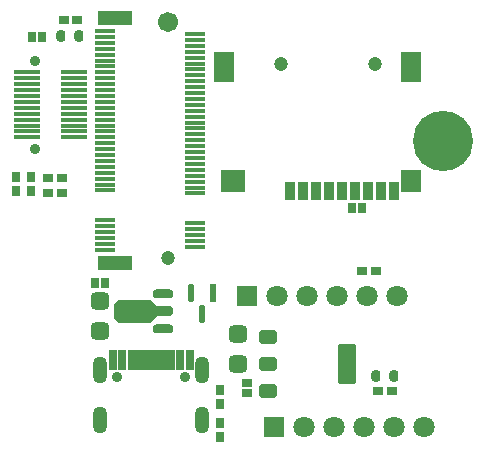
<source format=gts>
G04*
G04 #@! TF.GenerationSoftware,Altium Limited,Altium Designer,22.7.1 (60)*
G04*
G04 Layer_Color=8388736*
%FSLAX44Y44*%
%MOMM*%
G71*
G04*
G04 #@! TF.SameCoordinates,3D1FD2B2-7E42-48B0-8169-FE55815119E5*
G04*
G04*
G04 #@! TF.FilePolarity,Negative*
G04*
G01*
G75*
G04:AMPARAMS|DCode=36|XSize=1.5744mm|YSize=0.5758mm|CornerRadius=0.2879mm|HoleSize=0mm|Usage=FLASHONLY|Rotation=270.000|XOffset=0mm|YOffset=0mm|HoleType=Round|Shape=RoundedRectangle|*
%AMROUNDEDRECTD36*
21,1,1.5744,0.0000,0,0,270.0*
21,1,0.9985,0.5758,0,0,270.0*
1,1,0.5758,0.0000,-0.4993*
1,1,0.5758,0.0000,0.4993*
1,1,0.5758,0.0000,0.4993*
1,1,0.5758,0.0000,-0.4993*
%
%ADD36ROUNDEDRECTD36*%
%ADD37R,0.5758X1.5744*%
G04:AMPARAMS|DCode=42|XSize=0.9652mm|YSize=0.762mm|CornerRadius=0.2413mm|HoleSize=0mm|Usage=FLASHONLY|Rotation=270.000|XOffset=0mm|YOffset=0mm|HoleType=Round|Shape=RoundedRectangle|*
%AMROUNDEDRECTD42*
21,1,0.9652,0.2794,0,0,270.0*
21,1,0.4826,0.7620,0,0,270.0*
1,1,0.4826,-0.1397,-0.2413*
1,1,0.4826,-0.1397,0.2413*
1,1,0.4826,0.1397,0.2413*
1,1,0.4826,0.1397,-0.2413*
%
%ADD42ROUNDEDRECTD42*%
G04:AMPARAMS|DCode=43|XSize=1.4732mm|YSize=1.5748mm|CornerRadius=0.4191mm|HoleSize=0mm|Usage=FLASHONLY|Rotation=270.000|XOffset=0mm|YOffset=0mm|HoleType=Round|Shape=RoundedRectangle|*
%AMROUNDEDRECTD43*
21,1,1.4732,0.7366,0,0,270.0*
21,1,0.6350,1.5748,0,0,270.0*
1,1,0.8382,-0.3683,-0.3175*
1,1,0.8382,-0.3683,0.3175*
1,1,0.8382,0.3683,0.3175*
1,1,0.8382,0.3683,-0.3175*
%
%ADD43ROUNDEDRECTD43*%
G04:AMPARAMS|DCode=44|XSize=1.1332mm|YSize=1.5132mm|CornerRadius=0.1714mm|HoleSize=0mm|Usage=FLASHONLY|Rotation=270.000|XOffset=0mm|YOffset=0mm|HoleType=Round|Shape=RoundedRectangle|*
%AMROUNDEDRECTD44*
21,1,1.1332,1.1705,0,0,270.0*
21,1,0.7905,1.5132,0,0,270.0*
1,1,0.3427,-0.5853,-0.3953*
1,1,0.3427,-0.5853,0.3953*
1,1,0.3427,0.5853,0.3953*
1,1,0.3427,0.5853,-0.3953*
%
%ADD44ROUNDEDRECTD44*%
G04:AMPARAMS|DCode=45|XSize=3.4432mm|YSize=1.5132mm|CornerRadius=0.1999mm|HoleSize=0mm|Usage=FLASHONLY|Rotation=270.000|XOffset=0mm|YOffset=0mm|HoleType=Round|Shape=RoundedRectangle|*
%AMROUNDEDRECTD45*
21,1,3.4432,1.1135,0,0,270.0*
21,1,3.0435,1.5132,0,0,270.0*
1,1,0.3997,-0.5568,-1.5218*
1,1,0.3997,-0.5568,1.5218*
1,1,0.3997,0.5568,1.5218*
1,1,0.3997,0.5568,-1.5218*
%
%ADD45ROUNDEDRECTD45*%
%ADD46R,0.8032X1.6532*%
%ADD47R,0.5032X1.6532*%
%ADD48R,2.2032X0.4532*%
%ADD49R,1.6516X0.4016*%
G04:AMPARAMS|DCode=50|XSize=0.762mm|YSize=1.7272mm|CornerRadius=0.2413mm|HoleSize=0mm|Usage=FLASHONLY|Rotation=270.000|XOffset=0mm|YOffset=0mm|HoleType=Round|Shape=RoundedRectangle|*
%AMROUNDEDRECTD50*
21,1,0.7620,1.2446,0,0,270.0*
21,1,0.2794,1.7272,0,0,270.0*
1,1,0.4826,-0.6223,-0.1397*
1,1,0.4826,-0.6223,0.1397*
1,1,0.4826,0.6223,0.1397*
1,1,0.4826,0.6223,-0.1397*
%
%ADD50ROUNDEDRECTD50*%
G04:AMPARAMS|DCode=51|XSize=0.8128mm|YSize=1.7272mm|CornerRadius=0.254mm|HoleSize=0mm|Usage=FLASHONLY|Rotation=270.000|XOffset=0mm|YOffset=0mm|HoleType=Round|Shape=RoundedRectangle|*
%AMROUNDEDRECTD51*
21,1,0.8128,1.2192,0,0,270.0*
21,1,0.3048,1.7272,0,0,270.0*
1,1,0.5080,-0.6096,-0.1524*
1,1,0.5080,-0.6096,0.1524*
1,1,0.5080,0.6096,0.1524*
1,1,0.5080,0.6096,-0.1524*
%
%ADD51ROUNDEDRECTD51*%
%ADD52R,0.9032X1.5032*%
%ADD53R,1.6510X1.8542*%
%ADD54R,1.6510X2.6416*%
%ADD55R,2.0574X1.8542*%
%ADD56R,2.8516X1.3016*%
%ADD57R,0.9532X0.8032*%
%ADD58R,0.8432X0.8032*%
%ADD59R,0.8032X0.8432*%
%ADD60R,0.8032X0.9532*%
%ADD61C,1.8032*%
%ADD62R,1.8032X1.8032*%
%ADD63C,0.9032*%
%ADD64O,1.2532X2.3032*%
%ADD65C,5.1016*%
%ADD66C,1.2032*%
%ADD67C,1.2017*%
%ADD68C,1.7016*%
%ADD69C,0.8732*%
G36*
X120694Y130556D02*
X120783Y130550D01*
X120914Y130524D01*
X120914D01*
X120914Y130524D01*
X120982Y130501D01*
X121040Y130481D01*
X121040Y130481D01*
X121040Y130481D01*
X121153Y130426D01*
X121160Y130422D01*
D01*
X121160Y130422D01*
X121234Y130372D01*
X121270Y130348D01*
X121270Y130348D01*
X121271Y130348D01*
X121321Y130304D01*
X121370Y130260D01*
X121370Y130260D01*
X121371Y130260D01*
X127720Y123909D01*
X127776Y123846D01*
X127808Y123809D01*
X127852Y123743D01*
X127882Y123699D01*
X127882Y123698D01*
D01*
X127941Y123579D01*
X127983Y123456D01*
X127984Y123453D01*
D01*
X127984Y123453D01*
X128010Y123322D01*
X128016Y123224D01*
X128019Y123189D01*
Y123189D01*
Y123189D01*
X128018Y118109D01*
X128013Y118040D01*
X128009Y117977D01*
X128009Y117976D01*
Y117976D01*
X127996Y117912D01*
X127983Y117846D01*
X127983Y117846D01*
X127983Y117846D01*
X127971Y117810D01*
X127940Y117720D01*
X127881Y117600D01*
X127881Y117600D01*
X127881Y117600D01*
X127851Y117555D01*
X127807Y117490D01*
X127807Y117490D01*
X127807Y117490D01*
X127781Y117460D01*
X127719Y117389D01*
X121370Y111040D01*
D01*
D01*
X121370Y111040D01*
X121270Y110953D01*
X121215Y110916D01*
X121159Y110879D01*
X121159Y110879D01*
D01*
X121156Y110877D01*
X121040Y110820D01*
X120914Y110777D01*
X120783Y110751D01*
X120651Y110742D01*
X95250Y110741D01*
X95250D01*
X95250D01*
X95117Y110750D01*
X94986Y110776D01*
X94860Y110819D01*
X94744Y110876D01*
X94741Y110878D01*
D01*
X94741Y110878D01*
X94685Y110915D01*
X94630Y110951D01*
X94530Y111039D01*
Y111039D01*
X94530D01*
X90719Y114850D01*
X90719Y114850D01*
X90719Y114850D01*
X90631Y114950D01*
X90607Y114987D01*
X90557Y115061D01*
X90498Y115180D01*
X90496Y115187D01*
X90456Y115307D01*
X90443Y115372D01*
X90430Y115437D01*
X90421Y115570D01*
Y115570D01*
Y115570D01*
X90422Y125730D01*
X90430Y125863D01*
X90446Y125941D01*
X90456Y125993D01*
X90456Y125993D01*
D01*
X90459Y126000D01*
X90499Y126119D01*
X90558Y126239D01*
D01*
X90558Y126239D01*
X90583Y126276D01*
X90632Y126350D01*
X90720Y126450D01*
X94530Y130260D01*
X94630Y130347D01*
X94741Y130421D01*
X94781Y130441D01*
X94860Y130480D01*
X94986Y130523D01*
X95117Y130549D01*
X95250Y130558D01*
X120651Y130559D01*
X120651D01*
X120651D01*
X120694Y130556D01*
D02*
G37*
D36*
X165100Y118149D02*
D03*
X155600Y135851D02*
D03*
D37*
X174600D02*
D03*
D42*
X45720Y353822D02*
D03*
X60960D02*
D03*
X312420Y66040D02*
D03*
X327660D02*
D03*
D43*
X195580Y76200D02*
D03*
Y101600D02*
D03*
X78740Y129540D02*
D03*
Y104140D02*
D03*
D44*
X220550Y99100D02*
D03*
Y76200D02*
D03*
Y53300D02*
D03*
D45*
X287450Y76200D02*
D03*
D46*
X154420Y79700D02*
D03*
X146420D02*
D03*
X97420D02*
D03*
X89420D02*
D03*
D47*
X139420D02*
D03*
X134420D02*
D03*
X129420D02*
D03*
X124420D02*
D03*
X104420D02*
D03*
X109420D02*
D03*
X114420D02*
D03*
X119420D02*
D03*
D48*
X56322Y322902D02*
D03*
Y317902D02*
D03*
Y312902D02*
D03*
Y307902D02*
D03*
Y302902D02*
D03*
Y297902D02*
D03*
Y292902D02*
D03*
Y287902D02*
D03*
Y282902D02*
D03*
Y277902D02*
D03*
Y272902D02*
D03*
X16322Y322902D02*
D03*
Y317902D02*
D03*
Y312902D02*
D03*
Y307902D02*
D03*
Y302902D02*
D03*
Y297902D02*
D03*
Y292902D02*
D03*
Y287902D02*
D03*
Y282902D02*
D03*
Y277902D02*
D03*
Y272902D02*
D03*
Y267902D02*
D03*
X56322Y267902D02*
D03*
D49*
X83140Y172930D02*
D03*
X158640Y175430D02*
D03*
X83140Y177930D02*
D03*
X158640Y180430D02*
D03*
X83140Y182930D02*
D03*
X158640Y185430D02*
D03*
X83140Y187930D02*
D03*
X158640Y190430D02*
D03*
X83140Y192930D02*
D03*
X158640Y195430D02*
D03*
X83140Y197930D02*
D03*
X158640Y220430D02*
D03*
X83140Y222930D02*
D03*
X158640Y225430D02*
D03*
X83140Y227930D02*
D03*
X158640Y230430D02*
D03*
X83140Y232930D02*
D03*
X158640Y235430D02*
D03*
X83140Y237930D02*
D03*
X158640Y240430D02*
D03*
X83140Y242930D02*
D03*
X158640Y245430D02*
D03*
X83140Y247930D02*
D03*
X158640Y250430D02*
D03*
X83140Y252930D02*
D03*
X158640Y255430D02*
D03*
X83140Y257930D02*
D03*
X158640Y260430D02*
D03*
X83140Y262930D02*
D03*
X158640Y265430D02*
D03*
X83140Y267930D02*
D03*
X158640Y270430D02*
D03*
X83140Y272930D02*
D03*
X158640Y275430D02*
D03*
X83140Y277930D02*
D03*
X158640Y280430D02*
D03*
X83140Y282930D02*
D03*
X158640Y285430D02*
D03*
X83140Y287930D02*
D03*
X158640Y290430D02*
D03*
X83140Y292930D02*
D03*
X158640Y295430D02*
D03*
X83140Y297930D02*
D03*
X158640Y300430D02*
D03*
X83140Y302930D02*
D03*
X158640Y305430D02*
D03*
X83140Y307930D02*
D03*
X158640Y310430D02*
D03*
X83140Y312930D02*
D03*
X158640Y315430D02*
D03*
X83140Y317930D02*
D03*
X158640Y320430D02*
D03*
X83140Y322930D02*
D03*
X158640Y325430D02*
D03*
X83140Y327930D02*
D03*
X158640Y330430D02*
D03*
X83140Y332930D02*
D03*
X158640Y335430D02*
D03*
X83140Y337930D02*
D03*
X158640Y340430D02*
D03*
X83140Y342930D02*
D03*
X158640Y345430D02*
D03*
X83140Y347930D02*
D03*
Y352930D02*
D03*
X158640Y355430D02*
D03*
X83140Y357930D02*
D03*
X158640Y350430D02*
D03*
D50*
X131826Y135650D02*
D03*
Y105650D02*
D03*
D51*
Y120650D02*
D03*
D52*
X239322Y222902D02*
D03*
X250322D02*
D03*
X261322D02*
D03*
X272322D02*
D03*
X283322D02*
D03*
X294322D02*
D03*
X305322D02*
D03*
X316322D02*
D03*
X327322D02*
D03*
D53*
X341506Y230640D02*
D03*
D54*
Y327640D02*
D03*
X183258D02*
D03*
D55*
X191008Y230640D02*
D03*
D56*
X90890Y368930D02*
D03*
Y161930D02*
D03*
D57*
X47844Y367284D02*
D03*
X59344D02*
D03*
X325790Y53340D02*
D03*
X314290D02*
D03*
X300320Y154940D02*
D03*
X311820D02*
D03*
X34890Y220980D02*
D03*
X46390D02*
D03*
X34890Y233680D02*
D03*
X46390D02*
D03*
D58*
X203200Y51480D02*
D03*
Y60280D02*
D03*
D59*
X74340Y144780D02*
D03*
X83140D02*
D03*
X29800Y353060D02*
D03*
X21000D02*
D03*
X300310Y208280D02*
D03*
X291510D02*
D03*
D60*
X7620Y222850D02*
D03*
Y234350D02*
D03*
X20320Y222850D02*
D03*
Y234350D02*
D03*
X180340Y42510D02*
D03*
Y54010D02*
D03*
Y14570D02*
D03*
Y26070D02*
D03*
D61*
X353060Y22860D02*
D03*
X327660D02*
D03*
X276860D02*
D03*
X251460D02*
D03*
X302260D02*
D03*
X279400Y133350D02*
D03*
X228600D02*
D03*
X254000D02*
D03*
X304800D02*
D03*
X330200D02*
D03*
D62*
X226060Y22860D02*
D03*
X203200Y133350D02*
D03*
D63*
X150820Y65250D02*
D03*
X93020D02*
D03*
D64*
X165120Y28750D02*
D03*
X78720D02*
D03*
X165120Y70550D02*
D03*
X78720D02*
D03*
D65*
X368489Y265080D02*
D03*
D66*
X311658Y329946D02*
D03*
X231902D02*
D03*
D67*
X135890Y165430D02*
D03*
D68*
Y365430D02*
D03*
D69*
X23822Y258402D02*
D03*
X23822Y332402D02*
D03*
M02*

</source>
